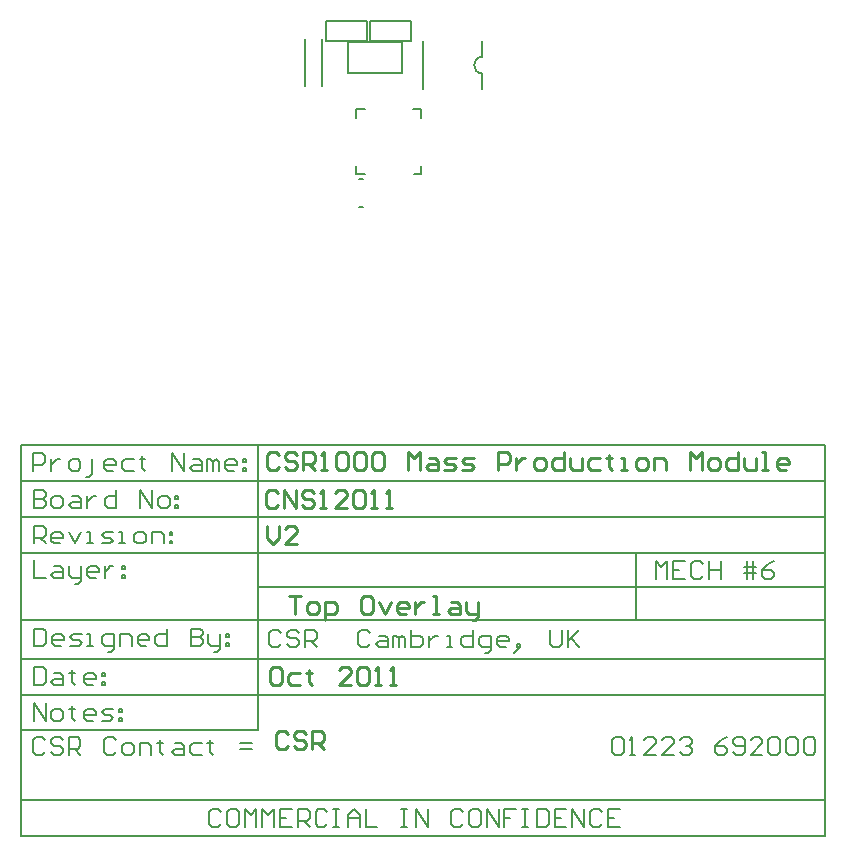
<source format=gto>
%FSAX44Y44*%
%MOMM*%
G71*
G01*
G75*
G04 Layer_Color=65535*
%ADD10R,0.6000X1.9000*%
%ADD11R,0.3500X0.5000*%
%ADD12R,0.5000X0.3500*%
%ADD13R,3.2000X3.2000*%
%ADD14R,1.4000X1.1000*%
%ADD15R,0.6000X1.2000*%
%ADD16R,1.3000X2.1000*%
%ADD17R,1.0000X1.2000*%
%ADD18R,0.5000X0.5000*%
%ADD19C,1.0000*%
%ADD20R,0.5000X0.5000*%
%ADD21C,0.2600*%
%ADD22C,0.2000*%
%ADD23C,0.1500*%
%ADD24C,0.4500*%
%ADD25C,0.3500*%
%ADD26C,0.1250*%
%ADD27C,0.4000*%
%ADD28C,0.2540*%
%ADD29C,0.3000*%
%ADD30C,0.5000*%
%ADD31R,1.0000X1.0000*%
%ADD32C,0.3000*%
%ADD33R,1.0000X1.0000*%
%ADD34C,3.0000*%
%ADD35C,0.6000*%
D22*
X00967940Y00282760D02*
Y00432640D01*
X00287837Y00282569D02*
X00967836D01*
X00807837Y00465498D02*
Y00522569D01*
X00487940Y00493569D02*
X00761837D01*
X00487940Y00405173D02*
Y00432640D01*
X00287940Y00416569D02*
Y00432640D01*
X00757836Y00493569D02*
X00967940D01*
X00287837Y00372569D02*
X00487836D01*
X00287940Y00282760D02*
Y00416569D01*
Y00613760D02*
X00967940Y00613640D01*
X00287940Y00552640D02*
X00477940Y00552640D01*
X00287940Y00522640D02*
X00477940D01*
X00287940Y00432640D02*
X00477940D01*
X00287940Y00402640D02*
X00477940D01*
X00487940Y00432640D02*
Y00613760D01*
X00287940Y00432640D02*
Y00613760D01*
X00477940Y00552640D02*
X00967940D01*
X00477940Y00522640D02*
X00967940D01*
X00477940Y00432640D02*
X00967940D01*
X00477940Y00402640D02*
X00967940D01*
Y00432640D02*
Y00613640D01*
X00487940Y00372569D02*
Y00405173D01*
X00287940Y00465569D02*
X00967940D01*
X00287940Y00583569D02*
X00967940D01*
X00287940Y00313569D02*
X00967940D01*
X00456937Y00303256D02*
X00454437Y00305755D01*
X00449439D01*
X00446940Y00303256D01*
Y00293259D01*
X00449439Y00290760D01*
X00454437D01*
X00456937Y00293259D01*
X00469433Y00305755D02*
X00464434D01*
X00461935Y00303256D01*
Y00293259D01*
X00464434Y00290760D01*
X00469433D01*
X00471932Y00293259D01*
Y00303256D01*
X00469433Y00305755D01*
X00476930Y00290760D02*
Y00305755D01*
X00481929Y00300757D01*
X00486927Y00305755D01*
Y00290760D01*
X00491925D02*
Y00305755D01*
X00496924Y00300757D01*
X00501922Y00305755D01*
Y00290760D01*
X00516917Y00305755D02*
X00506921D01*
Y00290760D01*
X00516917D01*
X00506921Y00298258D02*
X00511919D01*
X00521916Y00290760D02*
Y00305755D01*
X00529413D01*
X00531912Y00303256D01*
Y00298258D01*
X00529413Y00295758D01*
X00521916D01*
X00526914D02*
X00531912Y00290760D01*
X00546908Y00303256D02*
X00544408Y00305755D01*
X00539410D01*
X00536911Y00303256D01*
Y00293259D01*
X00539410Y00290760D01*
X00544408D01*
X00546908Y00293259D01*
X00551906Y00305755D02*
X00556904D01*
X00554405D01*
Y00290760D01*
X00551906D01*
X00556904D01*
X00564402D02*
Y00300757D01*
X00569400Y00305755D01*
X00574399Y00300757D01*
Y00290760D01*
Y00298258D01*
X00564402D01*
X00579397Y00305755D02*
Y00290760D01*
X00589394D01*
X00609387Y00305755D02*
X00614386D01*
X00611887D01*
Y00290760D01*
X00609387D01*
X00614386D01*
X00621883D02*
Y00305755D01*
X00631880Y00290760D01*
Y00305755D01*
X00661870Y00303256D02*
X00659371Y00305755D01*
X00654373D01*
X00651874Y00303256D01*
Y00293259D01*
X00654373Y00290760D01*
X00659371D01*
X00661870Y00293259D01*
X00674366Y00305755D02*
X00669368D01*
X00666869Y00303256D01*
Y00293259D01*
X00669368Y00290760D01*
X00674366D01*
X00676865Y00293259D01*
Y00303256D01*
X00674366Y00305755D01*
X00681864Y00290760D02*
Y00305755D01*
X00691861Y00290760D01*
Y00305755D01*
X00706856D02*
X00696859D01*
Y00298258D01*
X00701857D01*
X00696859D01*
Y00290760D01*
X00711854Y00305755D02*
X00716853D01*
X00714353D01*
Y00290760D01*
X00711854D01*
X00716853D01*
X00724350Y00305755D02*
Y00290760D01*
X00731848D01*
X00734347Y00293259D01*
Y00303256D01*
X00731848Y00305755D01*
X00724350D01*
X00749342D02*
X00739345D01*
Y00290760D01*
X00749342D01*
X00739345Y00298258D02*
X00744344D01*
X00754341Y00290760D02*
Y00305755D01*
X00764337Y00290760D01*
Y00305755D01*
X00779332Y00303256D02*
X00776833Y00305755D01*
X00771835D01*
X00769336Y00303256D01*
Y00293259D01*
X00771835Y00290760D01*
X00776833D01*
X00779332Y00293259D01*
X00794327Y00305755D02*
X00784331D01*
Y00290760D01*
X00794327D01*
X00784331Y00298258D02*
X00789329D01*
X00298336Y00380569D02*
Y00395564D01*
X00308333Y00380569D01*
Y00395564D01*
X00315831Y00380569D02*
X00320829D01*
X00323328Y00383068D01*
Y00388067D01*
X00320829Y00390566D01*
X00315831D01*
X00313332Y00388067D01*
Y00383068D01*
X00315831Y00380569D01*
X00330826Y00393065D02*
Y00390566D01*
X00328327D01*
X00333325D01*
X00330826D01*
Y00383068D01*
X00333325Y00380569D01*
X00348320D02*
X00343322D01*
X00340823Y00383068D01*
Y00388067D01*
X00343322Y00390566D01*
X00348320D01*
X00350819Y00388067D01*
Y00385568D01*
X00340823D01*
X00355818Y00380569D02*
X00363315D01*
X00365815Y00383068D01*
X00363315Y00385568D01*
X00358317D01*
X00355818Y00388067D01*
X00358317Y00390566D01*
X00365815D01*
X00370813D02*
X00373312D01*
Y00388067D01*
X00370813D01*
Y00390566D01*
Y00383068D02*
X00373312D01*
Y00380569D01*
X00370813D01*
Y00383068D01*
X00298336Y00530569D02*
Y00545564D01*
X00305834D01*
X00308333Y00543065D01*
Y00538067D01*
X00305834Y00535568D01*
X00298336D01*
X00303335D02*
X00308333Y00530569D01*
X00320829D02*
X00315831D01*
X00313332Y00533068D01*
Y00538067D01*
X00315831Y00540566D01*
X00320829D01*
X00323328Y00538067D01*
Y00535568D01*
X00313332D01*
X00328327Y00540566D02*
X00333325Y00530569D01*
X00338324Y00540566D01*
X00343322Y00530569D02*
X00348320D01*
X00345821D01*
Y00540566D01*
X00343322D01*
X00355818Y00530569D02*
X00363315D01*
X00365815Y00533068D01*
X00363315Y00535568D01*
X00358317D01*
X00355818Y00538067D01*
X00358317Y00540566D01*
X00365815D01*
X00370813Y00530569D02*
X00375811D01*
X00373312D01*
Y00540566D01*
X00370813D01*
X00385808Y00530569D02*
X00390807D01*
X00393306Y00533068D01*
Y00538067D01*
X00390807Y00540566D01*
X00385808D01*
X00383309Y00538067D01*
Y00533068D01*
X00385808Y00530569D01*
X00398304D02*
Y00540566D01*
X00405802D01*
X00408301Y00538067D01*
Y00530569D01*
X00413299Y00540566D02*
X00415798D01*
Y00538067D01*
X00413299D01*
Y00540566D01*
Y00533068D02*
X00415798D01*
Y00530569D01*
X00413299D01*
Y00533068D01*
X00298336Y00516564D02*
Y00501569D01*
X00308333D01*
X00315831Y00511566D02*
X00320829D01*
X00323328Y00509067D01*
Y00501569D01*
X00315831D01*
X00313332Y00504068D01*
X00315831Y00506567D01*
X00323328D01*
X00328327Y00511566D02*
Y00504068D01*
X00330826Y00501569D01*
X00338324D01*
Y00499070D01*
X00335824Y00496571D01*
X00333325D01*
X00338324Y00501569D02*
Y00511566D01*
X00350819Y00501569D02*
X00345821D01*
X00343322Y00504068D01*
Y00509067D01*
X00345821Y00511566D01*
X00350819D01*
X00353319Y00509067D01*
Y00506567D01*
X00343322D01*
X00358317Y00511566D02*
Y00501569D01*
Y00506567D01*
X00360816Y00509067D01*
X00363315Y00511566D01*
X00365815D01*
X00373312D02*
X00375811D01*
Y00509067D01*
X00373312D01*
Y00511566D01*
Y00504068D02*
X00375811D01*
Y00501569D01*
X00373312D01*
Y00504068D01*
X00298836Y00458564D02*
Y00443569D01*
X00306334D01*
X00308833Y00446068D01*
Y00456065D01*
X00306334Y00458564D01*
X00298836D01*
X00321329Y00443569D02*
X00316331D01*
X00313832Y00446068D01*
Y00451067D01*
X00316331Y00453566D01*
X00321329D01*
X00323828Y00451067D01*
Y00448568D01*
X00313832D01*
X00328827Y00443569D02*
X00336324D01*
X00338824Y00446068D01*
X00336324Y00448568D01*
X00331326D01*
X00328827Y00451067D01*
X00331326Y00453566D01*
X00338824D01*
X00343822Y00443569D02*
X00348820D01*
X00346321D01*
Y00453566D01*
X00343822D01*
X00361316Y00438571D02*
X00363815D01*
X00366315Y00441070D01*
Y00453566D01*
X00358817D01*
X00356318Y00451067D01*
Y00446068D01*
X00358817Y00443569D01*
X00366315D01*
X00371313D02*
Y00453566D01*
X00378811D01*
X00381310Y00451067D01*
Y00443569D01*
X00393806D02*
X00388807D01*
X00386308Y00446068D01*
Y00451067D01*
X00388807Y00453566D01*
X00393806D01*
X00396305Y00451067D01*
Y00448568D01*
X00386308D01*
X00411300Y00458564D02*
Y00443569D01*
X00403802D01*
X00401303Y00446068D01*
Y00451067D01*
X00403802Y00453566D01*
X00411300D01*
X00431293Y00458564D02*
Y00443569D01*
X00438791D01*
X00441290Y00446068D01*
Y00448568D01*
X00438791Y00451067D01*
X00431293D01*
X00438791D01*
X00441290Y00453566D01*
Y00456065D01*
X00438791Y00458564D01*
X00431293D01*
X00446289Y00453566D02*
Y00446068D01*
X00448788Y00443569D01*
X00456285D01*
Y00441070D01*
X00453786Y00438571D01*
X00451287D01*
X00456285Y00443569D02*
Y00453566D01*
X00461284D02*
X00463783D01*
Y00451067D01*
X00461284D01*
Y00453566D01*
Y00446068D02*
X00463783D01*
Y00443569D01*
X00461284D01*
Y00446068D01*
X00298336Y00425564D02*
Y00410569D01*
X00305834D01*
X00308333Y00413068D01*
Y00423065D01*
X00305834Y00425564D01*
X00298336D01*
X00315831Y00420566D02*
X00320829D01*
X00323328Y00418067D01*
Y00410569D01*
X00315831D01*
X00313332Y00413068D01*
X00315831Y00415568D01*
X00323328D01*
X00330826Y00423065D02*
Y00420566D01*
X00328327D01*
X00333325D01*
X00330826D01*
Y00413068D01*
X00333325Y00410569D01*
X00348320D02*
X00343322D01*
X00340823Y00413068D01*
Y00418067D01*
X00343322Y00420566D01*
X00348320D01*
X00350819Y00418067D01*
Y00415568D01*
X00340823D01*
X00355818Y00420566D02*
X00358317D01*
Y00418067D01*
X00355818D01*
Y00420566D01*
Y00413068D02*
X00358317D01*
Y00410569D01*
X00355818D01*
Y00413068D01*
X00507937Y00455136D02*
X00505438Y00457635D01*
X00500439D01*
X00497940Y00455136D01*
Y00445139D01*
X00500439Y00442640D01*
X00505438D01*
X00507937Y00445139D01*
X00522932Y00455136D02*
X00520433Y00457635D01*
X00515434D01*
X00512935Y00455136D01*
Y00452637D01*
X00515434Y00450137D01*
X00520433D01*
X00522932Y00447638D01*
Y00445139D01*
X00520433Y00442640D01*
X00515434D01*
X00512935Y00445139D01*
X00527930Y00442640D02*
Y00457635D01*
X00535428D01*
X00537927Y00455136D01*
Y00450137D01*
X00535428Y00447638D01*
X00527930D01*
X00532929D02*
X00537927Y00442640D01*
X00582912Y00455136D02*
X00580413Y00457635D01*
X00575415D01*
X00572916Y00455136D01*
Y00445139D01*
X00575415Y00442640D01*
X00580413D01*
X00582912Y00445139D01*
X00590410Y00452637D02*
X00595409D01*
X00597908Y00450137D01*
Y00442640D01*
X00590410D01*
X00587911Y00445139D01*
X00590410Y00447638D01*
X00597908D01*
X00602906Y00442640D02*
Y00452637D01*
X00605405D01*
X00607904Y00450137D01*
Y00442640D01*
Y00450137D01*
X00610404Y00452637D01*
X00612903Y00450137D01*
Y00442640D01*
X00617901Y00457635D02*
Y00442640D01*
X00625399D01*
X00627898Y00445139D01*
Y00447638D01*
Y00450137D01*
X00625399Y00452637D01*
X00617901D01*
X00632896D02*
Y00442640D01*
Y00447638D01*
X00635396Y00450137D01*
X00637895Y00452637D01*
X00640394D01*
X00647891Y00442640D02*
X00652890D01*
X00650391D01*
Y00452637D01*
X00647891D01*
X00670384Y00457635D02*
Y00442640D01*
X00662887D01*
X00660387Y00445139D01*
Y00450137D01*
X00662887Y00452637D01*
X00670384D01*
X00680381Y00437641D02*
X00682880D01*
X00685379Y00440141D01*
Y00452637D01*
X00677882D01*
X00675383Y00450137D01*
Y00445139D01*
X00677882Y00442640D01*
X00685379D01*
X00697875D02*
X00692877D01*
X00690378Y00445139D01*
Y00450137D01*
X00692877Y00452637D01*
X00697875D01*
X00700375Y00450137D01*
Y00447638D01*
X00690378D01*
X00707872Y00440141D02*
X00710371Y00442640D01*
Y00445139D01*
X00707872D01*
Y00442640D01*
X00710371D01*
X00707872Y00440141D01*
X00705373Y00437641D01*
X00735363Y00457635D02*
Y00445139D01*
X00737862Y00442640D01*
X00742861D01*
X00745360Y00445139D01*
Y00457635D01*
X00750358D02*
Y00442640D01*
Y00447638D01*
X00760355Y00457635D01*
X00752858Y00450137D01*
X00760355Y00442640D01*
X00824837Y00500569D02*
Y00515564D01*
X00829835Y00510566D01*
X00834834Y00515564D01*
Y00500569D01*
X00849829Y00515564D02*
X00839832D01*
Y00500569D01*
X00849829D01*
X00839832Y00508067D02*
X00844830D01*
X00864824Y00513065D02*
X00862325Y00515564D01*
X00857327D01*
X00854827Y00513065D01*
Y00503068D01*
X00857327Y00500569D01*
X00862325D01*
X00864824Y00503068D01*
X00869822Y00515564D02*
Y00500569D01*
Y00508067D01*
X00879819D01*
Y00515564D01*
Y00500569D01*
X00902312D02*
Y00515564D01*
X00907310D02*
Y00500569D01*
X00899813Y00510566D02*
X00907310D01*
X00909809D01*
X00899813Y00505567D02*
X00909809D01*
X00924805Y00515564D02*
X00919806Y00513065D01*
X00914808Y00508067D01*
Y00503068D01*
X00917307Y00500569D01*
X00922305D01*
X00924805Y00503068D01*
Y00505567D01*
X00922305Y00508067D01*
X00914808D01*
X00298336Y00575564D02*
Y00560569D01*
X00305834D01*
X00308333Y00563068D01*
Y00565568D01*
X00305834Y00568067D01*
X00298336D01*
X00305834D01*
X00308333Y00570566D01*
Y00573065D01*
X00305834Y00575564D01*
X00298336D01*
X00315831Y00560569D02*
X00320829D01*
X00323328Y00563068D01*
Y00568067D01*
X00320829Y00570566D01*
X00315831D01*
X00313332Y00568067D01*
Y00563068D01*
X00315831Y00560569D01*
X00330826Y00570566D02*
X00335824D01*
X00338324Y00568067D01*
Y00560569D01*
X00330826D01*
X00328327Y00563068D01*
X00330826Y00565568D01*
X00338324D01*
X00343322Y00570566D02*
Y00560569D01*
Y00565568D01*
X00345821Y00568067D01*
X00348320Y00570566D01*
X00350819D01*
X00368314Y00575564D02*
Y00560569D01*
X00360816D01*
X00358317Y00563068D01*
Y00568067D01*
X00360816Y00570566D01*
X00368314D01*
X00388307Y00560569D02*
Y00575564D01*
X00398304Y00560569D01*
Y00575564D01*
X00405802Y00560569D02*
X00410800D01*
X00413299Y00563068D01*
Y00568067D01*
X00410800Y00570566D01*
X00405802D01*
X00403302Y00568067D01*
Y00563068D01*
X00405802Y00560569D01*
X00418298Y00570566D02*
X00420797D01*
Y00568067D01*
X00418298D01*
Y00570566D01*
Y00563068D02*
X00420797D01*
Y00560569D01*
X00418298D01*
Y00563068D01*
X00307937Y00364256D02*
X00305438Y00366755D01*
X00300439D01*
X00297940Y00364256D01*
Y00354259D01*
X00300439Y00351760D01*
X00305438D01*
X00307937Y00354259D01*
X00322932Y00364256D02*
X00320433Y00366755D01*
X00315434D01*
X00312935Y00364256D01*
Y00361757D01*
X00315434Y00359258D01*
X00320433D01*
X00322932Y00356758D01*
Y00354259D01*
X00320433Y00351760D01*
X00315434D01*
X00312935Y00354259D01*
X00327930Y00351760D02*
Y00366755D01*
X00335428D01*
X00337927Y00364256D01*
Y00359258D01*
X00335428Y00356758D01*
X00327930D01*
X00332929D02*
X00337927Y00351760D01*
X00367917Y00364256D02*
X00365418Y00366755D01*
X00360420D01*
X00357921Y00364256D01*
Y00354259D01*
X00360420Y00351760D01*
X00365418D01*
X00367917Y00354259D01*
X00375415Y00351760D02*
X00380413D01*
X00382912Y00354259D01*
Y00359258D01*
X00380413Y00361757D01*
X00375415D01*
X00372916Y00359258D01*
Y00354259D01*
X00375415Y00351760D01*
X00387911D02*
Y00361757D01*
X00395408D01*
X00397908Y00359258D01*
Y00351760D01*
X00405405Y00364256D02*
Y00361757D01*
X00402906D01*
X00407904D01*
X00405405D01*
Y00354259D01*
X00407904Y00351760D01*
X00417901Y00361757D02*
X00422900D01*
X00425399Y00359258D01*
Y00351760D01*
X00417901D01*
X00415402Y00354259D01*
X00417901Y00356758D01*
X00425399D01*
X00440394Y00361757D02*
X00432896D01*
X00430397Y00359258D01*
Y00354259D01*
X00432896Y00351760D01*
X00440394D01*
X00447891Y00364256D02*
Y00361757D01*
X00445392D01*
X00450391D01*
X00447891D01*
Y00354259D01*
X00450391Y00351760D01*
X00472883Y00356758D02*
X00482880D01*
X00472883Y00361757D02*
X00482880D01*
X00787781Y00364256D02*
X00790281Y00366755D01*
X00795279D01*
X00797778Y00364256D01*
Y00354259D01*
X00795279Y00351760D01*
X00790281D01*
X00787781Y00354259D01*
Y00364256D01*
X00802776Y00351760D02*
X00807775D01*
X00805276D01*
Y00366755D01*
X00802776Y00364256D01*
X00825269Y00351760D02*
X00815273D01*
X00825269Y00361757D01*
Y00364256D01*
X00822770Y00366755D01*
X00817772D01*
X00815273Y00364256D01*
X00840264Y00351760D02*
X00830268D01*
X00840264Y00361757D01*
Y00364256D01*
X00837765Y00366755D01*
X00832767D01*
X00830268Y00364256D01*
X00845263D02*
X00847762Y00366755D01*
X00852760D01*
X00855259Y00364256D01*
Y00361757D01*
X00852760Y00359258D01*
X00850261D01*
X00852760D01*
X00855259Y00356758D01*
Y00354259D01*
X00852760Y00351760D01*
X00847762D01*
X00845263Y00354259D01*
X00885250Y00366755D02*
X00880251Y00364256D01*
X00875253Y00359258D01*
Y00354259D01*
X00877752Y00351760D01*
X00882751D01*
X00885250Y00354259D01*
Y00356758D01*
X00882751Y00359258D01*
X00875253D01*
X00890248Y00354259D02*
X00892747Y00351760D01*
X00897746D01*
X00900245Y00354259D01*
Y00364256D01*
X00897746Y00366755D01*
X00892747D01*
X00890248Y00364256D01*
Y00361757D01*
X00892747Y00359258D01*
X00900245D01*
X00915240Y00351760D02*
X00905243D01*
X00915240Y00361757D01*
Y00364256D01*
X00912741Y00366755D01*
X00907742D01*
X00905243Y00364256D01*
X00920238D02*
X00922738Y00366755D01*
X00927736D01*
X00930235Y00364256D01*
Y00354259D01*
X00927736Y00351760D01*
X00922738D01*
X00920238Y00354259D01*
Y00364256D01*
X00935234D02*
X00937733Y00366755D01*
X00942731D01*
X00945230Y00364256D01*
Y00354259D01*
X00942731Y00351760D01*
X00937733D01*
X00935234Y00354259D01*
Y00364256D01*
X00950229D02*
X00952728Y00366755D01*
X00957726D01*
X00960226Y00364256D01*
Y00354259D01*
X00957726Y00351760D01*
X00952728D01*
X00950229Y00354259D01*
Y00364256D01*
X00297940Y00591760D02*
Y00606755D01*
X00305438D01*
X00307937Y00604256D01*
Y00599258D01*
X00305438Y00596758D01*
X00297940D01*
X00312935Y00601757D02*
Y00591760D01*
Y00596758D01*
X00315434Y00599258D01*
X00317934Y00601757D01*
X00320433D01*
X00330429Y00591760D02*
X00335428D01*
X00337927Y00594259D01*
Y00599258D01*
X00335428Y00601757D01*
X00330429D01*
X00327930Y00599258D01*
Y00594259D01*
X00330429Y00591760D01*
X00342925Y00586762D02*
X00345425D01*
X00347924Y00589261D01*
Y00601757D01*
X00365418Y00591760D02*
X00360420D01*
X00357921Y00594259D01*
Y00599258D01*
X00360420Y00601757D01*
X00365418D01*
X00367917Y00599258D01*
Y00596758D01*
X00357921D01*
X00382912Y00601757D02*
X00375415D01*
X00372916Y00599258D01*
Y00594259D01*
X00375415Y00591760D01*
X00382912D01*
X00390410Y00604256D02*
Y00601757D01*
X00387911D01*
X00392909D01*
X00390410D01*
Y00594259D01*
X00392909Y00591760D01*
X00415402D02*
Y00606755D01*
X00425399Y00591760D01*
Y00606755D01*
X00432896Y00601757D02*
X00437895D01*
X00440394Y00599258D01*
Y00591760D01*
X00432896D01*
X00430397Y00594259D01*
X00432896Y00596758D01*
X00440394D01*
X00445392Y00591760D02*
Y00601757D01*
X00447891D01*
X00450391Y00599258D01*
Y00591760D01*
Y00599258D01*
X00452890Y00601757D01*
X00455389Y00599258D01*
Y00591760D01*
X00467885D02*
X00462887D01*
X00460387Y00594259D01*
Y00599258D01*
X00462887Y00601757D01*
X00467885D01*
X00470384Y00599258D01*
Y00596758D01*
X00460387D01*
X00475382Y00601757D02*
X00477882D01*
Y00599258D01*
X00475382D01*
Y00601757D01*
Y00594259D02*
X00477882D01*
Y00591760D01*
X00475382D01*
Y00594259D01*
D23*
X00678140Y00942600D02*
G03*
X00678140Y00928600I00000000J-00007000D01*
G01*
X00678140Y00955600D02*
X00678140Y00942600D01*
Y00928600D02*
X00678140Y00915600D01*
X00628140Y00915600D02*
Y00955600D01*
X00619640Y00898100D02*
X00626640D01*
X00619890Y00843100D02*
X00626640D01*
Y00849850D01*
Y00891100D02*
Y00898100D01*
X00571390D02*
X00578390D01*
X00571390Y00891100D02*
Y00898100D01*
Y00843100D02*
Y00850100D01*
Y00843100D02*
X00578390D01*
X00573390Y00839350D02*
X00576890D01*
X00573390Y00815850D02*
X00576890D01*
X00527640Y00917600D02*
Y00957600D01*
X00542640Y00917600D02*
Y00957600D01*
X00610265Y00929100D02*
Y00955100D01*
X00564015D02*
X00610265D01*
X00564015D02*
X00564015Y00929100D01*
X00610265D01*
X00582890Y00956350D02*
X00617390D01*
X00582890D02*
Y00972850D01*
X00617390D01*
Y00956350D02*
Y00972850D01*
X00545890D02*
X00580390D01*
X00580390Y00956350D02*
Y00972850D01*
X00545890Y00956350D02*
X00580390D01*
X00545890D02*
Y00972850D01*
D28*
X00514140Y00485835D02*
X00524297D01*
X00519218D01*
Y00470600D01*
X00531914D02*
X00536993D01*
X00539532Y00473139D01*
Y00478218D01*
X00536993Y00480757D01*
X00531914D01*
X00529375Y00478218D01*
Y00473139D01*
X00531914Y00470600D01*
X00544610Y00465522D02*
Y00480757D01*
X00552228D01*
X00554767Y00478218D01*
Y00473139D01*
X00552228Y00470600D01*
X00544610D01*
X00582698Y00485835D02*
X00577620D01*
X00575080Y00483296D01*
Y00473139D01*
X00577620Y00470600D01*
X00582698D01*
X00585237Y00473139D01*
Y00483296D01*
X00582698Y00485835D01*
X00590315Y00480757D02*
X00595394Y00470600D01*
X00600472Y00480757D01*
X00613168Y00470600D02*
X00608090D01*
X00605550Y00473139D01*
Y00478218D01*
X00608090Y00480757D01*
X00613168D01*
X00615707Y00478218D01*
Y00475678D01*
X00605550D01*
X00620786Y00480757D02*
Y00470600D01*
Y00475678D01*
X00623325Y00478218D01*
X00625864Y00480757D01*
X00628403D01*
X00636021Y00470600D02*
X00641099D01*
X00638560D01*
Y00485835D01*
X00636021D01*
X00651256Y00480757D02*
X00656334D01*
X00658873Y00478218D01*
Y00470600D01*
X00651256D01*
X00648717Y00473139D01*
X00651256Y00475678D01*
X00658873D01*
X00663952Y00480757D02*
Y00473139D01*
X00666491Y00470600D01*
X00674108D01*
Y00468061D01*
X00671569Y00465522D01*
X00669030D01*
X00674108Y00470600D02*
Y00480757D01*
X00506097Y00605456D02*
X00503558Y00607995D01*
X00498479D01*
X00495940Y00605456D01*
Y00595299D01*
X00498479Y00592760D01*
X00503558D01*
X00506097Y00595299D01*
X00521332Y00605456D02*
X00518793Y00607995D01*
X00513714D01*
X00511175Y00605456D01*
Y00602917D01*
X00513714Y00600378D01*
X00518793D01*
X00521332Y00597838D01*
Y00595299D01*
X00518793Y00592760D01*
X00513714D01*
X00511175Y00595299D01*
X00526410Y00592760D02*
Y00607995D01*
X00534028D01*
X00536567Y00605456D01*
Y00600378D01*
X00534028Y00597838D01*
X00526410D01*
X00531488D02*
X00536567Y00592760D01*
X00541645D02*
X00546724D01*
X00544184D01*
Y00607995D01*
X00541645Y00605456D01*
X00554341D02*
X00556880Y00607995D01*
X00561959D01*
X00564498Y00605456D01*
Y00595299D01*
X00561959Y00592760D01*
X00556880D01*
X00554341Y00595299D01*
Y00605456D01*
X00569576D02*
X00572115Y00607995D01*
X00577194D01*
X00579733Y00605456D01*
Y00595299D01*
X00577194Y00592760D01*
X00572115D01*
X00569576Y00595299D01*
Y00605456D01*
X00584811D02*
X00587350Y00607995D01*
X00592429D01*
X00594968Y00605456D01*
Y00595299D01*
X00592429Y00592760D01*
X00587350D01*
X00584811Y00595299D01*
Y00605456D01*
X00615281Y00592760D02*
Y00607995D01*
X00620360Y00602917D01*
X00625438Y00607995D01*
Y00592760D01*
X00633056Y00602917D02*
X00638134D01*
X00640673Y00600378D01*
Y00592760D01*
X00633056D01*
X00630517Y00595299D01*
X00633056Y00597838D01*
X00640673D01*
X00645751Y00592760D02*
X00653369D01*
X00655908Y00595299D01*
X00653369Y00597838D01*
X00648291D01*
X00645751Y00600378D01*
X00648291Y00602917D01*
X00655908D01*
X00660987Y00592760D02*
X00668604D01*
X00671143Y00595299D01*
X00668604Y00597838D01*
X00663526D01*
X00660987Y00600378D01*
X00663526Y00602917D01*
X00671143D01*
X00691457Y00592760D02*
Y00607995D01*
X00699074D01*
X00701613Y00605456D01*
Y00600378D01*
X00699074Y00597838D01*
X00691457D01*
X00706692Y00602917D02*
Y00592760D01*
Y00597838D01*
X00709231Y00600378D01*
X00711770Y00602917D01*
X00714309D01*
X00724466Y00592760D02*
X00729544D01*
X00732084Y00595299D01*
Y00600378D01*
X00729544Y00602917D01*
X00724466D01*
X00721927Y00600378D01*
Y00595299D01*
X00724466Y00592760D01*
X00747319Y00607995D02*
Y00592760D01*
X00739701D01*
X00737162Y00595299D01*
Y00600378D01*
X00739701Y00602917D01*
X00747319D01*
X00752397D02*
Y00595299D01*
X00754936Y00592760D01*
X00762554D01*
Y00602917D01*
X00777789D02*
X00770171D01*
X00767632Y00600378D01*
Y00595299D01*
X00770171Y00592760D01*
X00777789D01*
X00785406Y00605456D02*
Y00602917D01*
X00782867D01*
X00787945D01*
X00785406D01*
Y00595299D01*
X00787945Y00592760D01*
X00795563D02*
X00800641D01*
X00798102D01*
Y00602917D01*
X00795563D01*
X00810798Y00592760D02*
X00815876D01*
X00818416Y00595299D01*
Y00600378D01*
X00815876Y00602917D01*
X00810798D01*
X00808259Y00600378D01*
Y00595299D01*
X00810798Y00592760D01*
X00823494D02*
Y00602917D01*
X00831112D01*
X00833651Y00600378D01*
Y00592760D01*
X00853964D02*
Y00607995D01*
X00859043Y00602917D01*
X00864121Y00607995D01*
Y00592760D01*
X00871738D02*
X00876817D01*
X00879356Y00595299D01*
Y00600378D01*
X00876817Y00602917D01*
X00871738D01*
X00869199Y00600378D01*
Y00595299D01*
X00871738Y00592760D01*
X00894591Y00607995D02*
Y00592760D01*
X00886973D01*
X00884434Y00595299D01*
Y00600378D01*
X00886973Y00602917D01*
X00894591D01*
X00899669D02*
Y00595299D01*
X00902209Y00592760D01*
X00909826D01*
Y00602917D01*
X00914904Y00592760D02*
X00919983D01*
X00917444D01*
Y00607995D01*
X00914904D01*
X00935218Y00592760D02*
X00930139D01*
X00927600Y00595299D01*
Y00600378D01*
X00930139Y00602917D01*
X00935218D01*
X00937757Y00600378D01*
Y00597838D01*
X00927600D01*
X00505097Y00573706D02*
X00502557Y00576245D01*
X00497479D01*
X00494940Y00573706D01*
Y00563549D01*
X00497479Y00561010D01*
X00502557D01*
X00505097Y00563549D01*
X00510175Y00561010D02*
Y00576245D01*
X00520332Y00561010D01*
Y00576245D01*
X00535567Y00573706D02*
X00533028Y00576245D01*
X00527949D01*
X00525410Y00573706D01*
Y00571167D01*
X00527949Y00568628D01*
X00533028D01*
X00535567Y00566088D01*
Y00563549D01*
X00533028Y00561010D01*
X00527949D01*
X00525410Y00563549D01*
X00540645Y00561010D02*
X00545724D01*
X00543184D01*
Y00576245D01*
X00540645Y00573706D01*
X00563498Y00561010D02*
X00553341D01*
X00563498Y00571167D01*
Y00573706D01*
X00560959Y00576245D01*
X00555880D01*
X00553341Y00573706D01*
X00568576D02*
X00571115Y00576245D01*
X00576194D01*
X00578733Y00573706D01*
Y00563549D01*
X00576194Y00561010D01*
X00571115D01*
X00568576Y00563549D01*
Y00573706D01*
X00583811Y00561010D02*
X00588890D01*
X00586350D01*
Y00576245D01*
X00583811Y00573706D01*
X00596507Y00561010D02*
X00601586D01*
X00599046D01*
Y00576245D01*
X00596507Y00573706D01*
X00495690Y00545495D02*
Y00535338D01*
X00500768Y00530260D01*
X00505847Y00535338D01*
Y00545495D01*
X00521082Y00530260D02*
X00510925D01*
X00521082Y00540417D01*
Y00542956D01*
X00518543Y00545495D01*
X00513464D01*
X00510925Y00542956D01*
X00513847Y00368956D02*
X00511307Y00371495D01*
X00506229D01*
X00503690Y00368956D01*
Y00358799D01*
X00506229Y00356260D01*
X00511307D01*
X00513847Y00358799D01*
X00529082Y00368956D02*
X00526543Y00371495D01*
X00521464D01*
X00518925Y00368956D01*
Y00366417D01*
X00521464Y00363877D01*
X00526543D01*
X00529082Y00361338D01*
Y00358799D01*
X00526543Y00356260D01*
X00521464D01*
X00518925Y00358799D01*
X00534160Y00356260D02*
Y00371495D01*
X00541778D01*
X00544317Y00368956D01*
Y00363877D01*
X00541778Y00361338D01*
X00534160D01*
X00539239D02*
X00544317Y00356260D01*
X00506307Y00426245D02*
X00501229D01*
X00498690Y00423706D01*
Y00413549D01*
X00501229Y00411010D01*
X00506307D01*
X00508847Y00413549D01*
Y00423706D01*
X00506307Y00426245D01*
X00524082Y00421167D02*
X00516464D01*
X00513925Y00418628D01*
Y00413549D01*
X00516464Y00411010D01*
X00524082D01*
X00531699Y00423706D02*
Y00421167D01*
X00529160D01*
X00534239D01*
X00531699D01*
Y00413549D01*
X00534239Y00411010D01*
X00567248D02*
X00557091D01*
X00567248Y00421167D01*
Y00423706D01*
X00564709Y00426245D01*
X00559630D01*
X00557091Y00423706D01*
X00572326D02*
X00574865Y00426245D01*
X00579944D01*
X00582483Y00423706D01*
Y00413549D01*
X00579944Y00411010D01*
X00574865D01*
X00572326Y00413549D01*
Y00423706D01*
X00587561Y00411010D02*
X00592640D01*
X00590100D01*
Y00426245D01*
X00587561Y00423706D01*
X00600257Y00411010D02*
X00605336D01*
X00602796D01*
Y00426245D01*
X00600257Y00423706D01*
M02*

</source>
